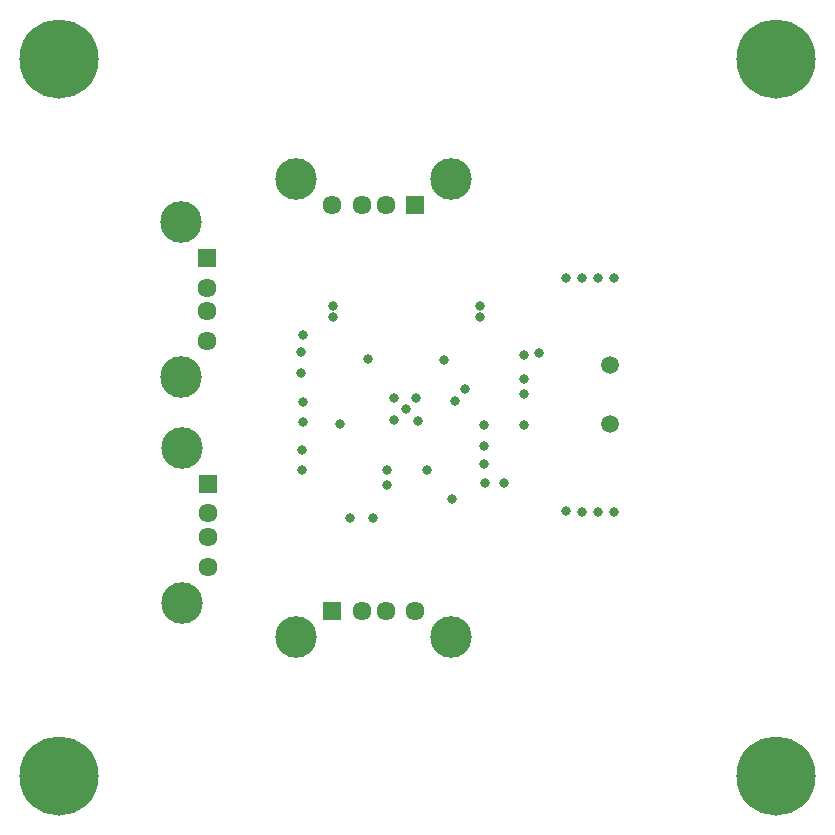
<source format=gbs>
G04*
G04 #@! TF.GenerationSoftware,Altium Limited,Altium Designer,20.2.3 (150)*
G04*
G04 Layer_Color=16711935*
%FSLAX44Y44*%
%MOMM*%
G71*
G04*
G04 #@! TF.SameCoordinates,CE7551EE-2CAC-49A0-A575-A5F11EB50F32*
G04*
G04*
G04 #@! TF.FilePolarity,Negative*
G04*
G01*
G75*
%ADD47C,1.6112*%
%ADD48R,1.6112X1.6112*%
%ADD49C,3.5192*%
%ADD50C,1.5032*%
%ADD51R,1.6112X1.6112*%
%ADD52C,6.7032*%
%ADD53C,0.8032*%
D47*
X1929000Y572000D02*
D03*
X1904000D02*
D03*
X1884000D02*
D03*
X1859000Y916000D02*
D03*
X1884000D02*
D03*
X1904000D02*
D03*
X1753000Y801000D02*
D03*
Y826000D02*
D03*
Y846000D02*
D03*
X1754000Y610000D02*
D03*
Y635000D02*
D03*
Y655000D02*
D03*
D48*
X1859000Y572000D02*
D03*
X1929000Y916000D02*
D03*
D49*
X1959700Y550000D02*
D03*
X1828300D02*
D03*
Y938000D02*
D03*
X1959700D02*
D03*
X1731000Y770300D02*
D03*
Y901700D02*
D03*
X1732000Y579300D02*
D03*
Y710700D02*
D03*
D50*
X2094000Y731000D02*
D03*
Y781000D02*
D03*
D51*
X1753000Y871000D02*
D03*
X1754000Y680000D02*
D03*
D52*
X1627856Y1039642D02*
D03*
X2234424D02*
D03*
Y433073D02*
D03*
X1627856D02*
D03*
D53*
X1834000Y749000D02*
D03*
X1859500Y821000D02*
D03*
X1905000Y679000D02*
D03*
X1921380Y743160D02*
D03*
X1988000Y681000D02*
D03*
X1987000Y697000D02*
D03*
X1984000Y821000D02*
D03*
X2004240Y681040D02*
D03*
X2021000Y756000D02*
D03*
X2083700Y656000D02*
D03*
X1865000Y731000D02*
D03*
X1859500Y831000D02*
D03*
X1905000Y692000D02*
D03*
X1938760Y691960D02*
D03*
X1960000Y667000D02*
D03*
X1963000Y750000D02*
D03*
X1987000Y712000D02*
D03*
Y730000D02*
D03*
X1984000Y831000D02*
D03*
X2021000Y768446D02*
D03*
X2021000Y789000D02*
D03*
Y730000D02*
D03*
X2083700Y853900D02*
D03*
X1834055Y806000D02*
D03*
X1953523Y784540D02*
D03*
X1889000Y786000D02*
D03*
X1971000Y760000D02*
D03*
X2057100Y657000D02*
D03*
X2097000Y656000D02*
D03*
X2070400D02*
D03*
X1833000Y709000D02*
D03*
X1874000Y651000D02*
D03*
X1833000Y692000D02*
D03*
X1832000Y792000D02*
D03*
Y774000D02*
D03*
X1834000Y732000D02*
D03*
X1893000Y651000D02*
D03*
X1911000Y753000D02*
D03*
X1930000D02*
D03*
X1911000Y734000D02*
D03*
X1931000Y733000D02*
D03*
X2034000Y791000D02*
D03*
X2057100Y853900D02*
D03*
X2097000D02*
D03*
X2070400D02*
D03*
M02*

</source>
